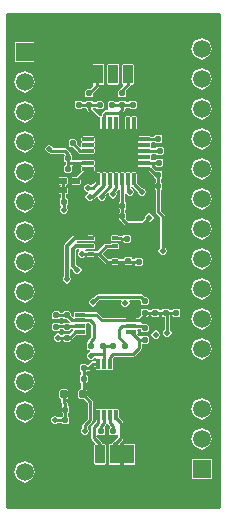
<source format=gtl>
G04*
G04 #@! TF.GenerationSoftware,Altium Limited,CircuitStudio,1.5.1 (13)*
G04*
G04 Layer_Physical_Order=1*
G04 Layer_Color=255*
%FSLAX25Y25*%
%MOIN*%
G70*
G01*
G75*
G04:AMPARAMS|DCode=10|XSize=19.69mil|YSize=19.69mil|CornerRadius=1.97mil|HoleSize=0mil|Usage=FLASHONLY|Rotation=180.000|XOffset=0mil|YOffset=0mil|HoleType=Round|Shape=RoundedRectangle|*
%AMROUNDEDRECTD10*
21,1,0.01969,0.01575,0,0,180.0*
21,1,0.01575,0.01969,0,0,180.0*
1,1,0.00394,-0.00787,0.00787*
1,1,0.00394,0.00787,0.00787*
1,1,0.00394,0.00787,-0.00787*
1,1,0.00394,-0.00787,-0.00787*
%
%ADD10ROUNDEDRECTD10*%
G04:AMPARAMS|DCode=11|XSize=23.62mil|YSize=23.62mil|CornerRadius=2.36mil|HoleSize=0mil|Usage=FLASHONLY|Rotation=0.000|XOffset=0mil|YOffset=0mil|HoleType=Round|Shape=RoundedRectangle|*
%AMROUNDEDRECTD11*
21,1,0.02362,0.01890,0,0,0.0*
21,1,0.01890,0.02362,0,0,0.0*
1,1,0.00472,0.00945,-0.00945*
1,1,0.00472,-0.00945,-0.00945*
1,1,0.00472,-0.00945,0.00945*
1,1,0.00472,0.00945,0.00945*
%
%ADD11ROUNDEDRECTD11*%
G04:AMPARAMS|DCode=12|XSize=15.75mil|YSize=15.75mil|CornerRadius=1.58mil|HoleSize=0mil|Usage=FLASHONLY|Rotation=0.000|XOffset=0mil|YOffset=0mil|HoleType=Round|Shape=RoundedRectangle|*
%AMROUNDEDRECTD12*
21,1,0.01575,0.01260,0,0,0.0*
21,1,0.01260,0.01575,0,0,0.0*
1,1,0.00315,0.00630,-0.00630*
1,1,0.00315,-0.00630,-0.00630*
1,1,0.00315,-0.00630,0.00630*
1,1,0.00315,0.00630,0.00630*
%
%ADD12ROUNDEDRECTD12*%
G04:AMPARAMS|DCode=13|XSize=31.5mil|YSize=62.99mil|CornerRadius=1.58mil|HoleSize=0mil|Usage=FLASHONLY|Rotation=0.000|XOffset=0mil|YOffset=0mil|HoleType=Round|Shape=RoundedRectangle|*
%AMROUNDEDRECTD13*
21,1,0.03150,0.05984,0,0,0.0*
21,1,0.02835,0.06299,0,0,0.0*
1,1,0.00315,0.01417,-0.02992*
1,1,0.00315,-0.01417,-0.02992*
1,1,0.00315,-0.01417,0.02992*
1,1,0.00315,0.01417,0.02992*
%
%ADD13ROUNDEDRECTD13*%
G04:AMPARAMS|DCode=14|XSize=90mil|YSize=118.11mil|CornerRadius=4.5mil|HoleSize=0mil|Usage=FLASHONLY|Rotation=0.000|XOffset=0mil|YOffset=0mil|HoleType=Round|Shape=RoundedRectangle|*
%AMROUNDEDRECTD14*
21,1,0.09000,0.10911,0,0,0.0*
21,1,0.08100,0.11811,0,0,0.0*
1,1,0.00900,0.04050,-0.05456*
1,1,0.00900,-0.04050,-0.05456*
1,1,0.00900,-0.04050,0.05456*
1,1,0.00900,0.04050,0.05456*
%
%ADD14ROUNDEDRECTD14*%
G04:AMPARAMS|DCode=15|XSize=35mil|YSize=12.01mil|CornerRadius=1.5mil|HoleSize=0mil|Usage=FLASHONLY|Rotation=90.000|XOffset=0mil|YOffset=0mil|HoleType=Round|Shape=RoundedRectangle|*
%AMROUNDEDRECTD15*
21,1,0.03500,0.00901,0,0,90.0*
21,1,0.03200,0.01201,0,0,90.0*
1,1,0.00300,0.00450,0.01600*
1,1,0.00300,0.00450,-0.01600*
1,1,0.00300,-0.00450,-0.01600*
1,1,0.00300,-0.00450,0.01600*
%
%ADD15ROUNDEDRECTD15*%
G04:AMPARAMS|DCode=16|XSize=35mil|YSize=12.01mil|CornerRadius=1.5mil|HoleSize=0mil|Usage=FLASHONLY|Rotation=180.000|XOffset=0mil|YOffset=0mil|HoleType=Round|Shape=RoundedRectangle|*
%AMROUNDEDRECTD16*
21,1,0.03500,0.00901,0,0,180.0*
21,1,0.03200,0.01201,0,0,180.0*
1,1,0.00300,-0.01600,0.00450*
1,1,0.00300,0.01600,0.00450*
1,1,0.00300,0.01600,-0.00450*
1,1,0.00300,-0.01600,-0.00450*
%
%ADD16ROUNDEDRECTD16*%
G04:AMPARAMS|DCode=17|XSize=19.69mil|YSize=19.69mil|CornerRadius=1.97mil|HoleSize=0mil|Usage=FLASHONLY|Rotation=90.000|XOffset=0mil|YOffset=0mil|HoleType=Round|Shape=RoundedRectangle|*
%AMROUNDEDRECTD17*
21,1,0.01969,0.01575,0,0,90.0*
21,1,0.01575,0.01969,0,0,90.0*
1,1,0.00394,0.00787,0.00787*
1,1,0.00394,0.00787,-0.00787*
1,1,0.00394,-0.00787,-0.00787*
1,1,0.00394,-0.00787,0.00787*
%
%ADD17ROUNDEDRECTD17*%
G04:AMPARAMS|DCode=18|XSize=129.92mil|YSize=129.92mil|CornerRadius=3.25mil|HoleSize=0mil|Usage=FLASHONLY|Rotation=270.000|XOffset=0mil|YOffset=0mil|HoleType=Round|Shape=RoundedRectangle|*
%AMROUNDEDRECTD18*
21,1,0.12992,0.12342,0,0,270.0*
21,1,0.12342,0.12992,0,0,270.0*
1,1,0.00650,-0.06171,-0.06171*
1,1,0.00650,-0.06171,0.06171*
1,1,0.00650,0.06171,0.06171*
1,1,0.00650,0.06171,-0.06171*
%
%ADD18ROUNDEDRECTD18*%
G04:AMPARAMS|DCode=19|XSize=37.4mil|YSize=11.81mil|CornerRadius=0.59mil|HoleSize=0mil|Usage=FLASHONLY|Rotation=180.000|XOffset=0mil|YOffset=0mil|HoleType=Round|Shape=RoundedRectangle|*
%AMROUNDEDRECTD19*
21,1,0.03740,0.01063,0,0,180.0*
21,1,0.03622,0.01181,0,0,180.0*
1,1,0.00118,-0.01811,0.00532*
1,1,0.00118,0.01811,0.00532*
1,1,0.00118,0.01811,-0.00532*
1,1,0.00118,-0.01811,-0.00532*
%
%ADD19ROUNDEDRECTD19*%
G04:AMPARAMS|DCode=20|XSize=37.4mil|YSize=11.81mil|CornerRadius=0.59mil|HoleSize=0mil|Usage=FLASHONLY|Rotation=90.000|XOffset=0mil|YOffset=0mil|HoleType=Round|Shape=RoundedRectangle|*
%AMROUNDEDRECTD20*
21,1,0.03740,0.01063,0,0,90.0*
21,1,0.03622,0.01181,0,0,90.0*
1,1,0.00118,0.00532,0.01811*
1,1,0.00118,0.00532,-0.01811*
1,1,0.00118,-0.00532,-0.01811*
1,1,0.00118,-0.00532,0.01811*
%
%ADD20ROUNDEDRECTD20*%
G04:AMPARAMS|DCode=21|XSize=23.62mil|YSize=19.69mil|CornerRadius=0.98mil|HoleSize=0mil|Usage=FLASHONLY|Rotation=0.000|XOffset=0mil|YOffset=0mil|HoleType=Round|Shape=RoundedRectangle|*
%AMROUNDEDRECTD21*
21,1,0.02362,0.01772,0,0,0.0*
21,1,0.02165,0.01969,0,0,0.0*
1,1,0.00197,0.01083,-0.00886*
1,1,0.00197,-0.01083,-0.00886*
1,1,0.00197,-0.01083,0.00886*
1,1,0.00197,0.01083,0.00886*
%
%ADD21ROUNDEDRECTD21*%
G04:AMPARAMS|DCode=22|XSize=19.66mil|YSize=13.78mil|CornerRadius=0.69mil|HoleSize=0mil|Usage=FLASHONLY|Rotation=180.000|XOffset=0mil|YOffset=0mil|HoleType=Round|Shape=RoundedRectangle|*
%AMROUNDEDRECTD22*
21,1,0.01966,0.01240,0,0,180.0*
21,1,0.01828,0.01378,0,0,180.0*
1,1,0.00138,-0.00914,0.00620*
1,1,0.00138,0.00914,0.00620*
1,1,0.00138,0.00914,-0.00620*
1,1,0.00138,-0.00914,-0.00620*
%
%ADD22ROUNDEDRECTD22*%
%ADD23C,0.01000*%
%ADD24C,0.01200*%
%ADD25R,0.05906X0.05906*%
%ADD26C,0.05906*%
%ADD27C,0.02000*%
G36*
X135433Y17786D02*
X64567D01*
Y182214D01*
X135433D01*
Y17786D01*
D02*
G37*
%LPC*%
G36*
X121787Y83857D02*
X120213D01*
X119832Y83699D01*
X119707Y83397D01*
X118793D01*
X118668Y83699D01*
X118287Y83857D01*
X116713D01*
X116332Y83699D01*
X116207Y83397D01*
X115293D01*
X115168Y83699D01*
X114787Y83857D01*
X113213D01*
X112832Y83699D01*
X112707Y83397D01*
X111793D01*
X111668Y83699D01*
X111287Y83857D01*
X109713D01*
X109332Y83699D01*
X109175Y83319D01*
Y81744D01*
X109212Y81655D01*
X108422Y80866D01*
X107818D01*
X107645Y80937D01*
X104445D01*
X104273Y80866D01*
X96711D01*
X94997Y82581D01*
X94384Y82834D01*
X90727D01*
X90555Y82906D01*
X87355D01*
X87010Y82763D01*
X86868Y82419D01*
Y81518D01*
X86467Y81179D01*
X86391Y81155D01*
X85892Y81654D01*
Y82542D01*
X85735Y82922D01*
X85354Y83079D01*
X83780D01*
X83399Y82922D01*
X83274Y82620D01*
X82360D01*
X82235Y82922D01*
X81854Y83079D01*
X80279D01*
X79899Y82922D01*
X79742Y82542D01*
Y80967D01*
X79899Y80587D01*
X80279Y80429D01*
X81854D01*
X82235Y80587D01*
X82360Y80888D01*
X83274D01*
X83399Y80587D01*
X83780Y80429D01*
X84667D01*
X85492Y79604D01*
X85446Y79451D01*
X85247Y79142D01*
X83780D01*
X83399Y78985D01*
X83363Y78897D01*
X82271D01*
X82235Y78985D01*
X81854Y79142D01*
X80279D01*
X79899Y78985D01*
X79742Y78605D01*
Y77030D01*
X79899Y76650D01*
X80279Y76492D01*
X81854D01*
X82235Y76650D01*
X82392Y77030D01*
Y77166D01*
X83242D01*
Y77030D01*
X83399Y76650D01*
X83780Y76492D01*
X85354D01*
X85735Y76650D01*
X85892Y77030D01*
Y77166D01*
X86609D01*
X86721Y76720D01*
X86722Y76666D01*
X85553Y75497D01*
X85354Y75580D01*
X83780D01*
X83399Y75422D01*
X83274Y75120D01*
X82628D01*
X82562Y75281D01*
X81567Y75693D01*
X80572Y75281D01*
X80160Y74286D01*
X80572Y73291D01*
X81567Y72879D01*
X82562Y73291D01*
X82602Y73388D01*
X83274D01*
X83399Y73087D01*
X83780Y72929D01*
X85354D01*
X85735Y73087D01*
X85892Y73467D01*
Y73536D01*
X86148Y73642D01*
X87631Y75126D01*
X90555D01*
X90899Y75268D01*
X91042Y75613D01*
Y76513D01*
X90956Y76719D01*
X90899Y76858D01*
Y77047D01*
Y77237D01*
X90956Y77375D01*
X91042Y77581D01*
Y78482D01*
X90979Y78634D01*
X91245Y79134D01*
X91994D01*
X92701Y78427D01*
Y74644D01*
X91955Y73898D01*
X91701Y73286D01*
Y72807D01*
X91364Y72668D01*
X91206Y72287D01*
Y70713D01*
X91364Y70332D01*
X91744Y70175D01*
X92315D01*
X92567Y69693D01*
X91572Y69281D01*
X91160Y68286D01*
X91572Y67291D01*
X92567Y66879D01*
X93562Y67291D01*
X93775Y67805D01*
X93916Y67791D01*
X94174Y67263D01*
X94126Y67145D01*
Y66411D01*
X93326D01*
X92714Y66158D01*
X91797Y65240D01*
X91286Y65168D01*
X90905Y65325D01*
X89331D01*
X88950Y65168D01*
X88793Y64787D01*
Y63213D01*
X88950Y62832D01*
X89252Y62707D01*
Y61793D01*
X88950Y61668D01*
X88793Y61287D01*
Y59713D01*
X88950Y59332D01*
X89252Y59207D01*
Y57025D01*
X88854D01*
X88444Y56855D01*
X88274Y56445D01*
Y54555D01*
X88444Y54145D01*
X88854Y53975D01*
X90100D01*
X91567Y52508D01*
Y47223D01*
X89955Y45611D01*
X89701Y44998D01*
Y44334D01*
X89572Y44281D01*
X89160Y43286D01*
X89572Y42291D01*
X90567Y41879D01*
X91562Y42291D01*
X91974Y43286D01*
X91562Y44281D01*
X91589Y44796D01*
X93045Y46252D01*
X93299Y46864D01*
Y52866D01*
X93045Y53479D01*
X91325Y55199D01*
Y56445D01*
X91154Y56855D01*
X90984Y56926D01*
Y59207D01*
X91286Y59332D01*
X91443Y59713D01*
Y61287D01*
X91286Y61668D01*
X90984Y61793D01*
Y62707D01*
X91286Y62832D01*
X91411Y63134D01*
X91781D01*
X92393Y63388D01*
X93626Y64620D01*
X94126Y64536D01*
Y63945D01*
X94268Y63601D01*
X94613Y63458D01*
X95513D01*
X95719Y63544D01*
X95858Y63601D01*
X96047D01*
X96237D01*
X96375Y63544D01*
X96581Y63458D01*
X97482D01*
X97688Y63544D01*
X97826Y63601D01*
X98016D01*
X98205D01*
X98344Y63544D01*
X98550Y63458D01*
X99450D01*
X99795Y63601D01*
X99937Y63945D01*
Y67145D01*
X99866Y67318D01*
Y67360D01*
X100426Y67920D01*
X106567D01*
X107179Y68173D01*
X109189Y70183D01*
X109443Y70796D01*
Y72026D01*
X109713Y72206D01*
X111287D01*
X111668Y72364D01*
X111825Y72744D01*
Y74319D01*
X111668Y74699D01*
X111287Y74857D01*
X109713D01*
X109332Y74699D01*
X109321Y74673D01*
X108745Y74588D01*
X108012Y75321D01*
X108132Y75613D01*
Y76513D01*
X108069Y76666D01*
X108335Y77166D01*
X109175D01*
Y76681D01*
X109332Y76301D01*
X109713Y76143D01*
X111287D01*
X111668Y76301D01*
X111825Y76681D01*
Y78256D01*
X111668Y78636D01*
X111287Y78794D01*
X110187D01*
X109937Y78897D01*
X109516D01*
X109405Y79343D01*
X109403Y79397D01*
X111112Y81107D01*
X111154Y81206D01*
X111287D01*
X111668Y81364D01*
X111793Y81666D01*
X112707D01*
X112832Y81364D01*
X113213Y81206D01*
X114787D01*
X115168Y81364D01*
X115293Y81666D01*
X116207D01*
X116332Y81364D01*
X116713Y81206D01*
X117201D01*
Y76834D01*
X117072Y76781D01*
X116660Y75786D01*
X117072Y74791D01*
X118067Y74379D01*
X119062Y74791D01*
X119474Y75786D01*
X119062Y76781D01*
X118933Y76834D01*
Y81666D01*
X119707D01*
X119832Y81364D01*
X120213Y81206D01*
X121787D01*
X122168Y81364D01*
X122325Y81744D01*
Y83319D01*
X122168Y83699D01*
X121787Y83857D01*
D02*
G37*
G36*
X70472Y93021D02*
X67983Y91989D01*
X66952Y89500D01*
X67983Y87011D01*
X70472Y85979D01*
X72962Y87011D01*
X73993Y89500D01*
X72962Y91989D01*
X70472Y93021D01*
D02*
G37*
G36*
X129528Y84021D02*
X127038Y82990D01*
X126007Y80500D01*
X127038Y78010D01*
X129528Y76979D01*
X132017Y78010D01*
X133048Y80500D01*
X132017Y82990D01*
X129528Y84021D01*
D02*
G37*
G36*
X114167Y76693D02*
X113172Y76281D01*
X112760Y75286D01*
X113172Y74291D01*
X114167Y73879D01*
X115162Y74291D01*
X115574Y75286D01*
X115162Y76281D01*
X114167Y76693D01*
D02*
G37*
G36*
X70472Y83021D02*
X67983Y81990D01*
X66952Y79500D01*
X67983Y77011D01*
X70472Y75979D01*
X72962Y77011D01*
X73993Y79500D01*
X72962Y81990D01*
X70472Y83021D01*
D02*
G37*
G36*
X129528Y94021D02*
X127038Y92989D01*
X126007Y90500D01*
X127038Y88011D01*
X129528Y86979D01*
X132017Y88011D01*
X133048Y90500D01*
X132017Y92989D01*
X129528Y94021D01*
D02*
G37*
G36*
X70472Y113021D02*
X67983Y111990D01*
X66952Y109500D01*
X67983Y107010D01*
X70472Y105979D01*
X72962Y107010D01*
X73993Y109500D01*
X72962Y111990D01*
X70472Y113021D01*
D02*
G37*
G36*
X93379Y108358D02*
X91551D01*
X91441Y108313D01*
X87120D01*
X86431Y108027D01*
X83904Y105500D01*
X83619Y104812D01*
Y94715D01*
X83572Y94696D01*
X83160Y93701D01*
X83572Y92706D01*
X84567Y92294D01*
X85562Y92706D01*
X85974Y93701D01*
X85567Y94684D01*
Y97201D01*
X86067Y97408D01*
X86668Y96807D01*
X86660Y96786D01*
X87072Y95791D01*
X88067Y95379D01*
X89062Y95791D01*
X89474Y96786D01*
X89062Y97781D01*
X88067Y98193D01*
X88046Y98184D01*
X87541Y98689D01*
Y103382D01*
X87964Y103805D01*
X88532D01*
X88631Y103305D01*
X88572Y103281D01*
X88160Y102286D01*
X88572Y101291D01*
X89567Y100879D01*
X90562Y101291D01*
X90588Y101355D01*
X91253D01*
X91268Y101318D01*
X91551Y101201D01*
X93379D01*
X93661Y101318D01*
X93676Y101355D01*
X94774D01*
X97209Y98919D01*
X97821Y98666D01*
X99565D01*
X99621Y98642D01*
X101449D01*
X101506Y98666D01*
X103893D01*
X103899Y98650D01*
X104279Y98492D01*
X105854D01*
X106235Y98650D01*
X106241Y98666D01*
X107207D01*
X107332Y98364D01*
X107713Y98206D01*
X109287D01*
X109668Y98364D01*
X109825Y98744D01*
Y100319D01*
X109668Y100699D01*
X109287Y100857D01*
X107713D01*
X107332Y100699D01*
X107207Y100397D01*
X106392D01*
Y100605D01*
X106235Y100985D01*
X105854Y101143D01*
X104279D01*
X103899Y100985D01*
X103742Y100605D01*
Y100397D01*
X101801D01*
X101732Y100564D01*
X101449Y100681D01*
X99621D01*
X99339Y100564D01*
X99270Y100397D01*
X98180D01*
X96357Y102220D01*
X98050Y103914D01*
X99324D01*
X99339Y103877D01*
X99621Y103760D01*
X101449D01*
X101732Y103877D01*
X101849Y104159D01*
Y105400D01*
X101732Y105682D01*
X101449Y105799D01*
X99621D01*
X99339Y105682D01*
X99324Y105645D01*
X97691D01*
X97079Y105392D01*
X94774Y103086D01*
X93676D01*
X93661Y103123D01*
X93379Y103240D01*
X91551D01*
X91268Y103123D01*
X90791Y103241D01*
X90741Y103305D01*
X90984Y103805D01*
X91441D01*
X91551Y103760D01*
X93379D01*
X93661Y103877D01*
X93778Y104159D01*
Y105400D01*
X93661Y105682D01*
X93379Y105799D01*
X91551D01*
X91441Y105754D01*
X88013D01*
X87768Y106254D01*
X87853Y106364D01*
X91441D01*
X91551Y106319D01*
X93379D01*
X93661Y106436D01*
X93778Y106719D01*
Y107959D01*
X93661Y108241D01*
X93379Y108358D01*
D02*
G37*
G36*
X129528Y104021D02*
X127038Y102990D01*
X126007Y100500D01*
X127038Y98010D01*
X129528Y96979D01*
X132017Y98010D01*
X133048Y100500D01*
X132017Y102990D01*
X129528Y104021D01*
D02*
G37*
G36*
X109183Y88652D02*
X95067D01*
X94455Y88398D01*
X93396Y87339D01*
X93267Y87393D01*
X92272Y86981D01*
X91860Y85986D01*
X92272Y84991D01*
X93267Y84579D01*
X94262Y84991D01*
X94674Y85986D01*
X94621Y86115D01*
X95425Y86920D01*
X102588D01*
X102922Y86420D01*
X102660Y85786D01*
X103072Y84791D01*
X104067Y84379D01*
X105062Y84791D01*
X105474Y85786D01*
X105211Y86420D01*
X105545Y86920D01*
X108824D01*
X109175Y86569D01*
Y85681D01*
X109332Y85301D01*
X109713Y85143D01*
X111287D01*
X111668Y85301D01*
X111825Y85681D01*
Y87256D01*
X111668Y87636D01*
X111287Y87794D01*
X110399D01*
X109795Y88398D01*
X109183Y88652D01*
D02*
G37*
G36*
X70472Y103021D02*
X67983Y101989D01*
X66952Y99500D01*
X67983Y97010D01*
X70472Y95979D01*
X72962Y97010D01*
X73993Y99500D01*
X72962Y101989D01*
X70472Y103021D01*
D02*
G37*
G36*
X129528Y44021D02*
X127038Y42990D01*
X126007Y40500D01*
X127038Y38010D01*
X129528Y36979D01*
X132017Y38010D01*
X133048Y40500D01*
X132017Y42990D01*
X129528Y44021D01*
D02*
G37*
G36*
X70472Y53021D02*
X67983Y51990D01*
X66952Y49500D01*
X67983Y47010D01*
X70472Y45979D01*
X72962Y47010D01*
X73993Y49500D01*
X72962Y51990D01*
X70472Y53021D01*
D02*
G37*
G36*
X106839Y38905D02*
X104004D01*
X103654Y38760D01*
X103509Y38409D01*
Y32425D01*
X103654Y32075D01*
X104004Y31930D01*
X106839D01*
X107189Y32075D01*
X107334Y32425D01*
Y38409D01*
X107189Y38760D01*
X106839Y38905D01*
D02*
G37*
G36*
X70472Y33021D02*
X67983Y31990D01*
X66952Y29500D01*
X67983Y27010D01*
X70472Y25979D01*
X72962Y27010D01*
X73993Y29500D01*
X72962Y31990D01*
X70472Y33021D01*
D02*
G37*
G36*
X132780Y33753D02*
X126275D01*
Y27247D01*
X132780D01*
Y33753D01*
D02*
G37*
G36*
X129528Y54021D02*
X127038Y52990D01*
X126007Y50500D01*
X127038Y48010D01*
X129528Y46979D01*
X132017Y48010D01*
X133048Y50500D01*
X132017Y52990D01*
X129528Y54021D01*
D02*
G37*
G36*
X70472Y73021D02*
X67983Y71990D01*
X66952Y69500D01*
X67983Y67010D01*
X70472Y65979D01*
X72962Y67010D01*
X73993Y69500D01*
X72962Y71990D01*
X70472Y73021D01*
D02*
G37*
G36*
X129528Y74021D02*
X127038Y72989D01*
X126007Y70500D01*
X127038Y68010D01*
X129528Y66979D01*
X132017Y68010D01*
X133048Y70500D01*
X132017Y72989D01*
X129528Y74021D01*
D02*
G37*
G36*
X70472Y63021D02*
X67983Y61989D01*
X66952Y59500D01*
X67983Y57011D01*
X70472Y55979D01*
X72962Y57011D01*
X73993Y59500D01*
X72962Y61989D01*
X70472Y63021D01*
D02*
G37*
G36*
X84445Y57025D02*
X82555D01*
X82145Y56855D01*
X81975Y56445D01*
Y54555D01*
X82145Y54145D01*
X82555Y53975D01*
X82701D01*
Y52786D01*
X82955Y52174D01*
X83088Y52040D01*
X83012Y51487D01*
X82931Y51453D01*
X82773Y51073D01*
Y49498D01*
X82931Y49118D01*
X83232Y48993D01*
Y48078D01*
X82931Y47953D01*
X82806Y47652D01*
X81615D01*
X81562Y47781D01*
X80567Y48193D01*
X79572Y47781D01*
X79160Y46786D01*
X79572Y45791D01*
X80567Y45379D01*
X81562Y45791D01*
X81615Y45920D01*
X82806D01*
X82931Y45618D01*
X83311Y45461D01*
X84886D01*
X85266Y45618D01*
X85424Y45998D01*
Y47573D01*
X85266Y47953D01*
X84964Y48078D01*
Y48993D01*
X85266Y49118D01*
X85424Y49498D01*
Y51073D01*
X85266Y51453D01*
X84964Y51578D01*
Y52254D01*
X84711Y52867D01*
X84433Y53144D01*
Y53975D01*
X84445D01*
X84855Y54145D01*
X85025Y54555D01*
Y56445D01*
X84855Y56855D01*
X84445Y57025D01*
D02*
G37*
G36*
X101419Y50542D02*
X100518D01*
X100312Y50457D01*
X100174Y50399D01*
X99984D01*
X99795D01*
X99656Y50457D01*
X99450Y50542D01*
X98550D01*
X98344Y50457D01*
X98205Y50399D01*
X98016D01*
X97826D01*
X97688Y50457D01*
X97482Y50542D01*
X96581D01*
X96306Y50428D01*
X96237Y50399D01*
X95858D01*
X95788Y50428D01*
X95513Y50542D01*
X94613D01*
X94268Y50399D01*
X94126Y50055D01*
Y46855D01*
X94197Y46682D01*
Y46302D01*
X92955Y45060D01*
X92701Y44447D01*
Y40786D01*
X92955Y40174D01*
X93823Y39305D01*
X93811Y38760D01*
X93666Y38409D01*
Y32425D01*
X93811Y32075D01*
X94161Y31930D01*
X96996D01*
X97346Y32075D01*
X97491Y32425D01*
Y38409D01*
X97346Y38760D01*
X96996Y38905D01*
X96390D01*
X96191Y39386D01*
X94433Y41144D01*
Y41610D01*
X94433Y41610D01*
X94933Y41804D01*
X95244Y41675D01*
X96819D01*
X97199Y41832D01*
X97357Y42213D01*
Y43787D01*
X97199Y44168D01*
X97210Y44704D01*
X97644Y45138D01*
X97766Y45434D01*
X98308D01*
X98388Y45240D01*
X98884Y44743D01*
X98801Y44168D01*
X98643Y43787D01*
Y42213D01*
X98801Y41832D01*
X99181Y41675D01*
X100756D01*
X101136Y41832D01*
X101201Y41989D01*
X101701Y41889D01*
Y41144D01*
X100073Y39516D01*
X99811Y39408D01*
X99603Y38905D01*
X99083D01*
X98733Y38760D01*
X98588Y38409D01*
Y32425D01*
X98733Y32075D01*
X99083Y31930D01*
X101917D01*
X102268Y32075D01*
X102412Y32425D01*
Y38409D01*
X102268Y38760D01*
X102295Y39289D01*
X103179Y40174D01*
X103433Y40786D01*
Y45786D01*
X103179Y46398D01*
X101943Y47635D01*
Y48455D01*
X101906Y48543D01*
Y50055D01*
X101763Y50399D01*
X101419Y50542D01*
D02*
G37*
G36*
X129528Y114021D02*
X127038Y112990D01*
X126007Y110500D01*
X127038Y108010D01*
X129528Y106979D01*
X132017Y108010D01*
X133048Y110500D01*
X132017Y112990D01*
X129528Y114021D01*
D02*
G37*
G36*
X107354Y153142D02*
X105780D01*
X105399Y152985D01*
X105274Y152683D01*
X104359D01*
X104235Y152985D01*
X103854Y153142D01*
X102279D01*
X101899Y152985D01*
X101761Y152652D01*
X100828D01*
X100703Y152953D01*
X100323Y153111D01*
X98748D01*
X98368Y152953D01*
X98210Y152573D01*
Y150998D01*
X98368Y150618D01*
X98187Y150152D01*
X97567D01*
X96955Y149898D01*
X96451Y149394D01*
X96197Y148782D01*
Y148313D01*
X95697Y148040D01*
X95626Y148070D01*
X95508D01*
X93184Y150394D01*
X93235Y150650D01*
X93360Y150951D01*
X94293D01*
X94431Y150618D01*
X94811Y150461D01*
X96386D01*
X96766Y150618D01*
X96924Y150998D01*
Y152573D01*
X96766Y152953D01*
X96386Y153111D01*
X94811D01*
X94431Y152953D01*
X94319Y152683D01*
X93360D01*
X93235Y152985D01*
X92854Y153142D01*
X91280D01*
X90899Y152985D01*
X90774Y152683D01*
X89860D01*
X89735Y152985D01*
X89354Y153142D01*
X87779D01*
X87399Y152985D01*
X87242Y152605D01*
Y151030D01*
X87399Y150650D01*
X87779Y150492D01*
X89354D01*
X89735Y150650D01*
X89860Y150951D01*
X90774D01*
X90899Y150650D01*
X91201Y150525D01*
Y150286D01*
X91455Y149673D01*
X94174Y146954D01*
Y144059D01*
X94288Y143784D01*
X94563Y143670D01*
X95626D01*
X95743Y143719D01*
X95901Y143784D01*
X96079D01*
X96257D01*
X96415Y143719D01*
X96531Y143670D01*
X97594D01*
X97711Y143719D01*
X97869Y143784D01*
X98047D01*
X98225D01*
X98383Y143719D01*
X98500Y143670D01*
X99563D01*
X99680Y143719D01*
X99838Y143784D01*
X100016D01*
X100194D01*
X100352Y143719D01*
X100469Y143670D01*
X101532D01*
X101806Y143784D01*
X101920Y144059D01*
Y147681D01*
X101806Y147956D01*
X101993Y148420D01*
X102067D01*
X102679Y148673D01*
X103679Y149673D01*
X103933Y150286D01*
Y150525D01*
X104235Y150650D01*
X104359Y150951D01*
X105274D01*
X105399Y150650D01*
X105780Y150492D01*
X107354D01*
X107735Y150650D01*
X107892Y151030D01*
Y152605D01*
X107735Y152985D01*
X107354Y153142D01*
D02*
G37*
G36*
X96496Y165570D02*
X93661D01*
X93311Y165425D01*
X93166Y165075D01*
Y159091D01*
X93311Y158740D01*
X93294Y158206D01*
X92168Y157080D01*
X91280D01*
X90899Y156922D01*
X90742Y156542D01*
Y154967D01*
X90899Y154587D01*
X91280Y154429D01*
X92854D01*
X93235Y154587D01*
X93392Y154967D01*
Y155855D01*
X95179Y157642D01*
X95433Y158254D01*
Y158595D01*
X96496D01*
X96846Y158740D01*
X96991Y159091D01*
Y165075D01*
X96846Y165425D01*
X96496Y165570D01*
D02*
G37*
G36*
X107437Y148070D02*
X106374D01*
X106257Y148021D01*
X106099Y147956D01*
X105921D01*
X105743D01*
X105585Y148021D01*
X105468Y148070D01*
X104405D01*
X104131Y147956D01*
X104017Y147681D01*
Y144059D01*
X104131Y143784D01*
X104405Y143670D01*
X105468D01*
X105585Y143719D01*
X105743Y143784D01*
X105921D01*
X106099D01*
X106257Y143719D01*
X106374Y143670D01*
X107437D01*
X107712Y143784D01*
X107826Y144059D01*
Y147681D01*
X107712Y147956D01*
X107437Y148070D01*
D02*
G37*
G36*
X70472Y153021D02*
X67983Y151990D01*
X66952Y149500D01*
X67983Y147010D01*
X70472Y145979D01*
X72962Y147010D01*
X73993Y149500D01*
X72962Y151990D01*
X70472Y153021D01*
D02*
G37*
G36*
X129528Y154021D02*
X127038Y152990D01*
X126007Y150500D01*
X127038Y148010D01*
X129528Y146979D01*
X132017Y148010D01*
X133048Y150500D01*
X132017Y152990D01*
X129528Y154021D01*
D02*
G37*
G36*
X106339Y165570D02*
X103504D01*
X103154Y165425D01*
X103009Y165075D01*
Y159091D01*
X103154Y158740D01*
X103226Y158169D01*
X102455Y157398D01*
X102323Y157080D01*
X102279D01*
X101899Y156922D01*
X101742Y156542D01*
Y154967D01*
X101899Y154587D01*
X102279Y154429D01*
X103854D01*
X104235Y154587D01*
X104392Y154967D01*
Y156542D01*
X104291Y156785D01*
X105534Y158028D01*
X105769Y158595D01*
X106339D01*
X106689Y158740D01*
X106834Y159091D01*
Y165075D01*
X106689Y165425D01*
X106339Y165570D01*
D02*
G37*
G36*
X73725Y172753D02*
X67220D01*
Y166247D01*
X73725D01*
Y172753D01*
D02*
G37*
G36*
X129528Y174021D02*
X127038Y172990D01*
X126007Y170500D01*
X127038Y168010D01*
X129528Y166979D01*
X132017Y168010D01*
X133048Y170500D01*
X132017Y172990D01*
X129528Y174021D01*
D02*
G37*
G36*
X101417Y165570D02*
X98583D01*
X98233Y165425D01*
X98088Y165075D01*
Y159091D01*
X98233Y158740D01*
X98583Y158595D01*
X101417D01*
X101768Y158740D01*
X101912Y159091D01*
Y165075D01*
X101768Y165425D01*
X101417Y165570D01*
D02*
G37*
G36*
X70472Y163021D02*
X67983Y161990D01*
X66952Y159500D01*
X67983Y157010D01*
X70472Y155979D01*
X72962Y157010D01*
X73993Y159500D01*
X72962Y161990D01*
X70472Y163021D01*
D02*
G37*
G36*
X129528Y164021D02*
X127038Y162990D01*
X126007Y160500D01*
X127038Y158010D01*
X129528Y156979D01*
X132017Y158010D01*
X133048Y160500D01*
X132017Y162990D01*
X129528Y164021D01*
D02*
G37*
G36*
X115819Y141825D02*
X114244D01*
X113864Y141668D01*
X113713Y141303D01*
X112312D01*
X112181Y141357D01*
X108559D01*
X108284Y141243D01*
X108170Y140969D01*
Y139906D01*
X108219Y139789D01*
X108284Y139631D01*
Y139453D01*
Y139275D01*
X108219Y139117D01*
X108170Y139000D01*
Y137937D01*
X108219Y137820D01*
X108284Y137662D01*
Y137484D01*
Y137306D01*
X108219Y137148D01*
X108170Y137031D01*
Y135968D01*
X108219Y135852D01*
X108284Y135694D01*
Y135516D01*
Y135338D01*
X108219Y135180D01*
X108170Y135063D01*
Y134000D01*
X108219Y133883D01*
X108284Y133725D01*
Y133547D01*
Y133369D01*
X108219Y133211D01*
X108170Y133095D01*
Y132032D01*
X108219Y131915D01*
X108284Y131757D01*
Y131579D01*
Y131401D01*
X108219Y131243D01*
X108170Y131126D01*
Y130063D01*
X108284Y129788D01*
X108559Y129674D01*
X111954D01*
X113706Y127922D01*
Y127713D01*
X113864Y127332D01*
X114166Y127207D01*
Y126051D01*
X113931Y125953D01*
X113773Y125573D01*
Y123998D01*
X113931Y123618D01*
X114166Y123521D01*
Y116221D01*
X114419Y115609D01*
X115601Y114427D01*
Y104334D01*
X115472Y104281D01*
X115060Y103286D01*
X115472Y102291D01*
X116467Y101879D01*
X117462Y102291D01*
X117874Y103286D01*
X117462Y104281D01*
X117333Y104334D01*
Y114786D01*
X117079Y115398D01*
X115897Y116580D01*
Y123465D01*
X116266Y123618D01*
X116424Y123998D01*
Y125573D01*
X116266Y125953D01*
X115897Y126106D01*
Y127207D01*
X116199Y127332D01*
X116357Y127713D01*
Y129287D01*
X116199Y129668D01*
X115819Y129825D01*
X114252D01*
X112880Y131197D01*
X112882Y131251D01*
X112993Y131697D01*
X113974D01*
X114131Y131318D01*
X114511Y131161D01*
X116086D01*
X116466Y131318D01*
X116624Y131698D01*
Y133273D01*
X116466Y133653D01*
X116086Y133811D01*
X114511D01*
X114131Y133653D01*
X114038Y133429D01*
X112813D01*
X112540Y133929D01*
X112570Y134000D01*
Y135063D01*
X112540Y135134D01*
X112813Y135634D01*
X114200D01*
X114331Y135318D01*
X114711Y135161D01*
X116286D01*
X116666Y135318D01*
X116824Y135698D01*
Y137273D01*
X116666Y137653D01*
X116286Y137811D01*
X114711D01*
X114331Y137653D01*
X114212Y137366D01*
X112813D01*
X112540Y137866D01*
X112570Y137937D01*
Y139000D01*
X112540Y139071D01*
X112813Y139571D01*
X113765D01*
X113864Y139332D01*
X114244Y139175D01*
X115819D01*
X116199Y139332D01*
X116357Y139713D01*
Y141287D01*
X116199Y141668D01*
X115819Y141825D01*
D02*
G37*
G36*
X129528Y124021D02*
X127038Y122990D01*
X126007Y120500D01*
X127038Y118010D01*
X129528Y116979D01*
X132017Y118010D01*
X133048Y120500D01*
X132017Y122990D01*
X129528Y124021D01*
D02*
G37*
G36*
X95626Y129330D02*
X95435Y129330D01*
X94563D01*
X94288Y129216D01*
X94174Y128941D01*
Y126418D01*
X93125Y125369D01*
X92662Y125181D01*
X91667Y125593D01*
X90672Y125181D01*
X90260Y124186D01*
X90672Y123191D01*
X91488Y122853D01*
X91500Y122317D01*
X91172Y122181D01*
X90760Y121186D01*
X91172Y120191D01*
X92167Y119779D01*
X93162Y120191D01*
X93246Y120394D01*
X93679Y120573D01*
X94409Y121303D01*
X94860Y121086D01*
X95272Y120091D01*
X96267Y119679D01*
X97262Y120091D01*
X97674Y121086D01*
X97386Y121781D01*
X98321Y122715D01*
X98744Y122432D01*
X98560Y121986D01*
X98972Y120991D01*
X99967Y120579D01*
X100962Y120991D01*
X101374Y121986D01*
X100998Y122893D01*
X101603Y123497D01*
X101657Y123495D01*
X102103Y123384D01*
Y119525D01*
X101931Y119453D01*
X101773Y119073D01*
Y117498D01*
X101931Y117118D01*
X102103Y117047D01*
Y116025D01*
X101931Y115953D01*
X101773Y115573D01*
Y113998D01*
X101931Y113618D01*
X102311Y113461D01*
X102354D01*
X102486Y113142D01*
X103955Y111673D01*
X104567Y111420D01*
X110067D01*
X110679Y111673D01*
X111938Y112932D01*
X112067Y112879D01*
X113062Y113291D01*
X113474Y114286D01*
X113062Y115281D01*
X112067Y115693D01*
X111072Y115281D01*
X110660Y114286D01*
X110713Y114157D01*
X109708Y113152D01*
X104926D01*
X104323Y113755D01*
X104424Y113998D01*
Y115573D01*
X104266Y115953D01*
X103886Y116111D01*
X103834D01*
Y116961D01*
X103886D01*
X104266Y117118D01*
X104424Y117498D01*
Y119073D01*
X104266Y119453D01*
X103886Y119611D01*
X103834D01*
Y122265D01*
X104334Y122364D01*
X104572Y121791D01*
X105567Y121379D01*
X106562Y121791D01*
X106974Y122786D01*
X106562Y123781D01*
X105803Y124095D01*
Y124687D01*
X105857Y124725D01*
X106249Y124824D01*
X106303Y124825D01*
X108213Y122915D01*
X108160Y122786D01*
X108572Y121791D01*
X109567Y121379D01*
X110562Y121791D01*
X110974Y122786D01*
X110562Y123781D01*
X109567Y124193D01*
X109438Y124139D01*
X107826Y125752D01*
Y128941D01*
X107712Y129216D01*
X107437Y129330D01*
X106374D01*
X106257Y129281D01*
X106099Y129216D01*
X105921D01*
X105743D01*
X105585Y129281D01*
X105468Y129330D01*
X104405D01*
X104289Y129281D01*
X104131Y129216D01*
X103953D01*
X103775D01*
X103617Y129281D01*
X103500Y129330D01*
X102437D01*
X102320Y129281D01*
X102162Y129216D01*
X101984D01*
X101806D01*
X101648Y129281D01*
X101532Y129330D01*
X100469D01*
X100352Y129281D01*
X100194Y129216D01*
X100016D01*
X99838D01*
X99680Y129281D01*
X99563Y129330D01*
X98500D01*
X98383Y129281D01*
X98225Y129216D01*
X98047D01*
X97869D01*
X97711Y129281D01*
X97594Y129330D01*
X96531D01*
X96368Y129262D01*
X95901Y129216D01*
X95626Y129330D01*
D02*
G37*
G36*
X70472Y123021D02*
X67983Y121990D01*
X66952Y119500D01*
X67983Y117010D01*
X70472Y115979D01*
X72962Y117010D01*
X73993Y119500D01*
X72962Y121990D01*
X70472Y123021D01*
D02*
G37*
G36*
X105386Y108611D02*
X103811D01*
X103431Y108453D01*
X103313Y108168D01*
X101753Y108189D01*
X101732Y108241D01*
X101449Y108358D01*
X99621D01*
X99339Y108241D01*
X99222Y107959D01*
Y106719D01*
X99339Y106436D01*
X99621Y106319D01*
X101449D01*
X101732Y106436D01*
X101740Y106457D01*
X103299Y106437D01*
X103431Y106118D01*
X103811Y105961D01*
X105386D01*
X105766Y106118D01*
X105924Y106498D01*
Y108073D01*
X105766Y108453D01*
X105386Y108611D01*
D02*
G37*
G36*
X84417Y127892D02*
X82252D01*
X81947Y127766D01*
X81821Y127461D01*
Y125689D01*
X81947Y125384D01*
X82252Y125258D01*
X82469D01*
Y124742D01*
X82252D01*
X81947Y124616D01*
X81821Y124311D01*
Y122539D01*
X81947Y122234D01*
X82252Y122108D01*
X82469D01*
Y120711D01*
X82364Y120668D01*
X82206Y120287D01*
Y118713D01*
X82364Y118332D01*
X82486Y118281D01*
X82572Y117781D01*
X82160Y116786D01*
X82572Y115791D01*
X83567Y115379D01*
X84562Y115791D01*
X84974Y116786D01*
X84562Y117781D01*
X84618Y118299D01*
X84699Y118332D01*
X84857Y118713D01*
Y120287D01*
X84699Y120668D01*
X84319Y120825D01*
X84201D01*
Y122108D01*
X84417D01*
X84722Y122234D01*
X84848Y122539D01*
Y124311D01*
X84722Y124616D01*
X84417Y124742D01*
X84201D01*
Y125258D01*
X84417D01*
X84722Y125384D01*
X84849Y125689D01*
Y127461D01*
X84722Y127766D01*
X84417Y127892D01*
D02*
G37*
G36*
X78767Y138493D02*
X77772Y138081D01*
X77360Y137086D01*
X77772Y136091D01*
X78767Y135679D01*
X78996Y135774D01*
X79367Y135620D01*
X83485D01*
X83817Y135248D01*
X83801Y135168D01*
X83643Y134787D01*
Y133213D01*
X83801Y132832D01*
X84103Y132707D01*
Y131793D01*
X83801Y131668D01*
X83643Y131287D01*
Y129713D01*
X83801Y129332D01*
X84181Y129175D01*
X85756D01*
X86136Y129332D01*
X86294Y129713D01*
Y131287D01*
X86665Y131697D01*
X89187D01*
X89460Y131197D01*
X89430Y131126D01*
Y130063D01*
X89544Y129788D01*
X89553Y129742D01*
X87703Y127892D01*
X86583D01*
X86278Y127766D01*
X86151Y127461D01*
Y125689D01*
X86278Y125384D01*
X86583Y125258D01*
X88748D01*
X89053Y125384D01*
X89179Y125689D01*
Y126919D01*
X91934Y129674D01*
X93441D01*
X93716Y129788D01*
X93830Y130063D01*
Y131126D01*
X93781Y131243D01*
X93716Y131401D01*
Y131579D01*
Y131757D01*
X93781Y131915D01*
X93830Y132032D01*
Y133095D01*
X93716Y133369D01*
X93441Y133483D01*
X89819D01*
X89688Y133429D01*
X86294D01*
Y134787D01*
X86136Y135168D01*
X85834Y135293D01*
Y135384D01*
X85581Y135996D01*
X84479Y137098D01*
X83867Y137352D01*
X80064D01*
X79762Y138081D01*
X78767Y138493D01*
D02*
G37*
G36*
X129528Y144021D02*
X127038Y142990D01*
X126007Y140500D01*
X127038Y138010D01*
X129528Y136979D01*
X132017Y138010D01*
X133048Y140500D01*
X132017Y142990D01*
X129528Y144021D01*
D02*
G37*
G36*
X93441Y141357D02*
X89819D01*
X89544Y141243D01*
X89430Y140969D01*
Y139906D01*
X89479Y139789D01*
X89544Y139631D01*
Y139453D01*
Y139275D01*
X89479Y139117D01*
X89430Y139000D01*
Y137970D01*
X89341Y137892D01*
X88983Y137710D01*
X87794Y138899D01*
Y139787D01*
X87636Y140168D01*
X87256Y140325D01*
X85681D01*
X85301Y140168D01*
X85143Y139787D01*
Y138213D01*
X85301Y137832D01*
X85681Y137675D01*
X86569D01*
X88356Y135888D01*
X88968Y135634D01*
X89688D01*
X89819Y135580D01*
X93441D01*
X93716Y135694D01*
X93830Y135968D01*
Y137031D01*
X93781Y137148D01*
X93716Y137306D01*
Y137484D01*
Y137662D01*
X93781Y137820D01*
X93830Y137937D01*
Y139000D01*
X93781Y139117D01*
X93716Y139275D01*
Y139453D01*
Y139631D01*
X93781Y139789D01*
X93830Y139906D01*
Y140969D01*
X93716Y141243D01*
X93441Y141357D01*
D02*
G37*
G36*
X70472Y143021D02*
X67983Y141990D01*
X66952Y139500D01*
X67983Y137010D01*
X70472Y135979D01*
X72962Y137010D01*
X73993Y139500D01*
X72962Y141990D01*
X70472Y143021D01*
D02*
G37*
G36*
Y133021D02*
X67983Y131990D01*
X66952Y129500D01*
X67983Y127010D01*
X70472Y125979D01*
X72962Y127010D01*
X73993Y129500D01*
X72962Y131990D01*
X70472Y133021D01*
D02*
G37*
G36*
X129528Y134021D02*
X127038Y132990D01*
X126007Y130500D01*
X127038Y128010D01*
X129528Y126979D01*
X132017Y128010D01*
X133048Y130500D01*
X132017Y132990D01*
X129528Y134021D01*
D02*
G37*
%LPD*%
D10*
X84098Y50286D02*
D03*
X88035D02*
D03*
X84098Y46786D02*
D03*
X88035D02*
D03*
X96031Y43000D02*
D03*
X99968D02*
D03*
X90118Y60500D02*
D03*
X86181D02*
D03*
X90118Y64000D02*
D03*
X86181D02*
D03*
X96469Y71500D02*
D03*
X92532D02*
D03*
X100031D02*
D03*
X103969D02*
D03*
X99535Y151786D02*
D03*
X95598D02*
D03*
X84969Y134000D02*
D03*
X81032D02*
D03*
X84969Y130500D02*
D03*
X81032D02*
D03*
X82531Y139000D02*
D03*
X86468D02*
D03*
X83531Y119500D02*
D03*
X87468D02*
D03*
X103098Y118286D02*
D03*
X107035D02*
D03*
X103098Y114786D02*
D03*
X107035D02*
D03*
X118968Y140500D02*
D03*
X115032D02*
D03*
X115298Y132486D02*
D03*
X119235D02*
D03*
X115498Y136486D02*
D03*
X119435D02*
D03*
X115032Y128500D02*
D03*
X118968D02*
D03*
X115098Y124786D02*
D03*
X119035D02*
D03*
X108535Y107286D02*
D03*
X104598D02*
D03*
D11*
X83500Y55500D02*
D03*
X89799D02*
D03*
D12*
X86650Y57075D02*
D03*
Y53925D02*
D03*
D13*
X95579Y35417D02*
D03*
X100500D02*
D03*
X105421D02*
D03*
X104921Y162083D02*
D03*
X100000D02*
D03*
X95079D02*
D03*
D14*
X86500Y26000D02*
D03*
X114500D02*
D03*
X114000Y171500D02*
D03*
X86000D02*
D03*
D15*
X95063Y65545D02*
D03*
X97031D02*
D03*
X99000D02*
D03*
X100969D02*
D03*
Y48455D02*
D03*
X99000D02*
D03*
X97031D02*
D03*
X95063D02*
D03*
D16*
X88955Y76063D02*
D03*
Y78031D02*
D03*
Y80000D02*
D03*
Y81968D02*
D03*
X106045D02*
D03*
Y80000D02*
D03*
Y78031D02*
D03*
Y76063D02*
D03*
D17*
X84567Y74254D02*
D03*
Y70317D02*
D03*
Y77817D02*
D03*
Y81754D02*
D03*
X81067D02*
D03*
Y77817D02*
D03*
X110500Y73532D02*
D03*
Y77469D02*
D03*
Y82531D02*
D03*
Y86468D02*
D03*
X114000D02*
D03*
Y82531D02*
D03*
X117500D02*
D03*
Y86468D02*
D03*
X121000Y82531D02*
D03*
Y86468D02*
D03*
X106567Y155754D02*
D03*
Y151817D02*
D03*
X88567D02*
D03*
Y155754D02*
D03*
X92067D02*
D03*
Y151817D02*
D03*
X108500Y99532D02*
D03*
Y103469D02*
D03*
X105067Y99817D02*
D03*
Y103754D02*
D03*
X103067Y155754D02*
D03*
Y151817D02*
D03*
D18*
X101000Y136500D02*
D03*
D19*
X110370Y130595D02*
D03*
Y132563D02*
D03*
Y134531D02*
D03*
Y136500D02*
D03*
Y138469D02*
D03*
Y140437D02*
D03*
Y142405D02*
D03*
X91630Y130595D02*
D03*
Y132563D02*
D03*
Y134531D02*
D03*
Y136500D02*
D03*
Y138469D02*
D03*
Y140437D02*
D03*
Y142405D02*
D03*
D20*
X106905Y127130D02*
D03*
X104937D02*
D03*
X102969D02*
D03*
X101000D02*
D03*
X99032D02*
D03*
X97063D02*
D03*
X95095D02*
D03*
Y145870D02*
D03*
X97063D02*
D03*
X99032D02*
D03*
X101000D02*
D03*
X102969D02*
D03*
X104937D02*
D03*
X106905D02*
D03*
D21*
X83335Y126575D02*
D03*
X87665D02*
D03*
Y123425D02*
D03*
X83335D02*
D03*
D22*
X92465Y99661D02*
D03*
Y102220D02*
D03*
Y104780D02*
D03*
Y107339D02*
D03*
X100535D02*
D03*
Y104780D02*
D03*
Y102220D02*
D03*
Y99661D02*
D03*
D23*
X115221Y132563D02*
X115298Y132486D01*
X110370Y132563D02*
X115221D01*
X83531Y116821D02*
X83567Y116786D01*
X83531Y116821D02*
Y119500D01*
X89567Y102286D02*
X89632Y102220D01*
X92465D01*
X104500Y99532D02*
X108500D01*
X97821D02*
X104500D01*
X81598Y74254D02*
X84567D01*
X80567Y46786D02*
X84098D01*
X92433Y46864D02*
Y52866D01*
X90567Y44998D02*
X92433Y46864D01*
X90567Y43286D02*
Y44998D01*
X95063Y45943D02*
Y48455D01*
X93567Y44447D02*
X95063Y45943D01*
X93567Y40786D02*
Y44447D01*
X89799Y55500D02*
X92433Y52866D01*
X106905Y142405D02*
X110370D01*
X102969Y138469D02*
Y145870D01*
X91630Y142405D02*
X95095D01*
X91630Y134531D02*
X99032D01*
X84098Y50286D02*
Y52254D01*
X83567Y52786D02*
X84098Y52254D01*
X83567Y52786D02*
Y55433D01*
X84098Y46786D02*
Y50286D01*
X90118Y55819D02*
Y60500D01*
Y64000D01*
X91781D01*
X93326Y65545D01*
X95063D01*
X83335Y123425D02*
Y126575D01*
X83335Y119697D02*
Y123425D01*
X115032Y125000D02*
Y128500D01*
X114353D02*
X115032D01*
X112258Y130595D02*
X114353Y128500D01*
X110370Y130595D02*
X112258D01*
X110370Y136500D02*
X115032D01*
X110370Y140437D02*
X114969D01*
X87665Y126630D02*
X91630Y130595D01*
X84969Y130500D02*
Y134000D01*
X85191Y132563D02*
X91630D01*
X86468Y139000D02*
X88968Y136500D01*
X91630D01*
X95132Y102220D02*
X97691Y104780D01*
X100535D01*
X92465Y102220D02*
X95132D01*
X97821Y99532D01*
X93567Y40786D02*
X95579Y38774D01*
X102567Y40786D02*
Y45786D01*
X100500Y38719D02*
X102567Y40786D01*
X100969Y47384D02*
X102567Y45786D01*
X117500Y86468D02*
X121000D01*
X114000D02*
X117500D01*
X87344Y76063D02*
X88955D01*
X85535Y74254D02*
X87344Y76063D01*
X84567Y74254D02*
X85535D01*
X92567Y71535D02*
Y73286D01*
X93567Y74286D01*
Y78786D01*
X92353Y80000D02*
X93567Y78786D01*
X88955Y80000D02*
X92353D01*
X108577Y70796D02*
Y73532D01*
X106567Y68786D02*
X108577Y70796D01*
X100067Y68786D02*
X106567D01*
X99000Y67719D02*
X100067Y68786D01*
X99000Y65545D02*
Y67719D01*
X102067Y77286D02*
X102813Y78031D01*
X102067Y74286D02*
Y77286D01*
Y74286D02*
X103969Y72384D01*
Y71500D02*
Y72384D01*
X102813Y78031D02*
X106045D01*
X108577Y73532D02*
X110500D01*
X106045Y76063D02*
X108577Y73532D01*
X97031Y71500D02*
X100031D01*
X106045Y78031D02*
X109937D01*
X114000Y82531D02*
X117500D01*
X110500D02*
X114000D01*
X110500Y81719D02*
Y82531D01*
X108781Y80000D02*
X110500Y81719D01*
X106045Y80000D02*
X108781D01*
X96353D02*
X106045D01*
X94384Y81968D02*
X96353Y80000D01*
X88955Y81968D02*
X94384D01*
X81067Y81754D02*
X84567D01*
X81281Y78031D02*
X88955D01*
X81067Y77817D02*
X81281Y78031D01*
X84567Y81754D02*
X86321Y80000D01*
X88955D01*
X96067Y43035D02*
Y44786D01*
X97031Y45750D01*
Y48455D01*
X99968Y43000D02*
Y44884D01*
X99000Y45853D02*
X99968Y44884D01*
X99000Y45853D02*
Y48455D01*
X95579Y35417D02*
Y38774D01*
X92567Y68286D02*
X93167Y68886D01*
X97031D01*
Y65545D02*
Y70965D01*
X91667Y124186D02*
X93167D01*
X95095Y126113D01*
Y127130D01*
X92167Y121186D02*
X93067D01*
X97063Y125182D01*
Y127130D01*
X99032Y124650D02*
Y127130D01*
X96267Y121886D02*
X99032Y124650D01*
X96267Y121086D02*
Y121886D01*
X99967Y121986D02*
Y123086D01*
X101000Y124119D01*
Y127130D01*
X115032Y116221D02*
Y125000D01*
Y116221D02*
X116467Y114786D01*
Y103286D02*
Y114786D01*
X78767Y137086D02*
X79367Y136486D01*
X83867D01*
X84969Y135384D01*
Y134000D02*
Y135384D01*
X81567Y74286D02*
X81598Y74254D01*
X84567Y93701D02*
X84593Y93727D01*
X104937Y123416D02*
Y127130D01*
Y123416D02*
X105567Y122786D01*
X106905Y125447D02*
Y127130D01*
Y125447D02*
X109567Y122786D01*
X100535Y107339D02*
X104598Y107286D01*
X103098Y113754D02*
Y114786D01*
Y113754D02*
X104567Y112286D01*
X110067D01*
X112067Y114286D01*
X102969Y114916D02*
Y127130D01*
X95095Y145870D02*
Y147258D01*
X92067Y150286D02*
X95095Y147258D01*
X92067Y150286D02*
Y151817D01*
X97063Y145870D02*
Y148782D01*
X97567Y149286D01*
X102067D01*
X103067Y150286D01*
Y151817D01*
X92067D02*
X95567D01*
X88567D02*
X92067D01*
X99535Y151786D02*
X103035D01*
X103067Y151817D01*
X106567D01*
X103067Y155754D02*
Y156786D01*
X104921Y158640D01*
X92067Y155754D02*
X94567Y158254D01*
Y161571D01*
X104921Y158640D02*
Y162083D01*
X118067Y75786D02*
Y81965D01*
X117500Y82531D02*
X121000D01*
X93267Y85986D02*
X95067Y87786D01*
X109183D01*
X110500Y86468D01*
X64567Y182214D02*
X135433D01*
Y17786D02*
Y182214D01*
X64567Y17786D02*
X135433D01*
X64567D02*
Y182214D01*
D24*
X87120Y107339D02*
X92465D01*
X84593Y104812D02*
X87120Y107339D01*
X87561Y104780D02*
X92465D01*
X86567Y103786D02*
X87561Y104780D01*
X86567Y98286D02*
Y103786D01*
Y98286D02*
X88067Y96786D01*
X100500Y35417D02*
Y38719D01*
X100969Y47384D02*
Y48455D01*
X84593Y93727D02*
Y104812D01*
D25*
X129528Y30500D02*
D03*
X70472Y169500D02*
D03*
D26*
X129528Y40500D02*
D03*
Y50500D02*
D03*
Y60500D02*
D03*
Y70500D02*
D03*
Y80500D02*
D03*
Y90500D02*
D03*
Y100500D02*
D03*
Y110500D02*
D03*
Y120500D02*
D03*
Y130500D02*
D03*
Y140500D02*
D03*
Y150500D02*
D03*
Y160500D02*
D03*
Y170500D02*
D03*
X70472Y159500D02*
D03*
Y149500D02*
D03*
Y139500D02*
D03*
Y129500D02*
D03*
Y119500D02*
D03*
Y109500D02*
D03*
Y99500D02*
D03*
Y89500D02*
D03*
Y79500D02*
D03*
Y69500D02*
D03*
Y59500D02*
D03*
Y49500D02*
D03*
Y39500D02*
D03*
Y29500D02*
D03*
D27*
X112067Y114286D02*
D03*
X83567Y116786D02*
D03*
X89567Y102286D02*
D03*
X80567Y46786D02*
D03*
X88067Y96786D02*
D03*
X92567Y68286D02*
D03*
X90567Y43286D02*
D03*
X96267Y121086D02*
D03*
X99967Y121986D02*
D03*
X91667Y124186D02*
D03*
X92167Y121186D02*
D03*
X116467Y103286D02*
D03*
X78767Y137086D02*
D03*
X81567Y74286D02*
D03*
X93267Y85986D02*
D03*
X114167Y75286D02*
D03*
X84567Y93701D02*
D03*
X105567Y122786D02*
D03*
X109567D02*
D03*
X118067Y75786D02*
D03*
X104067Y85786D02*
D03*
M02*

</source>
